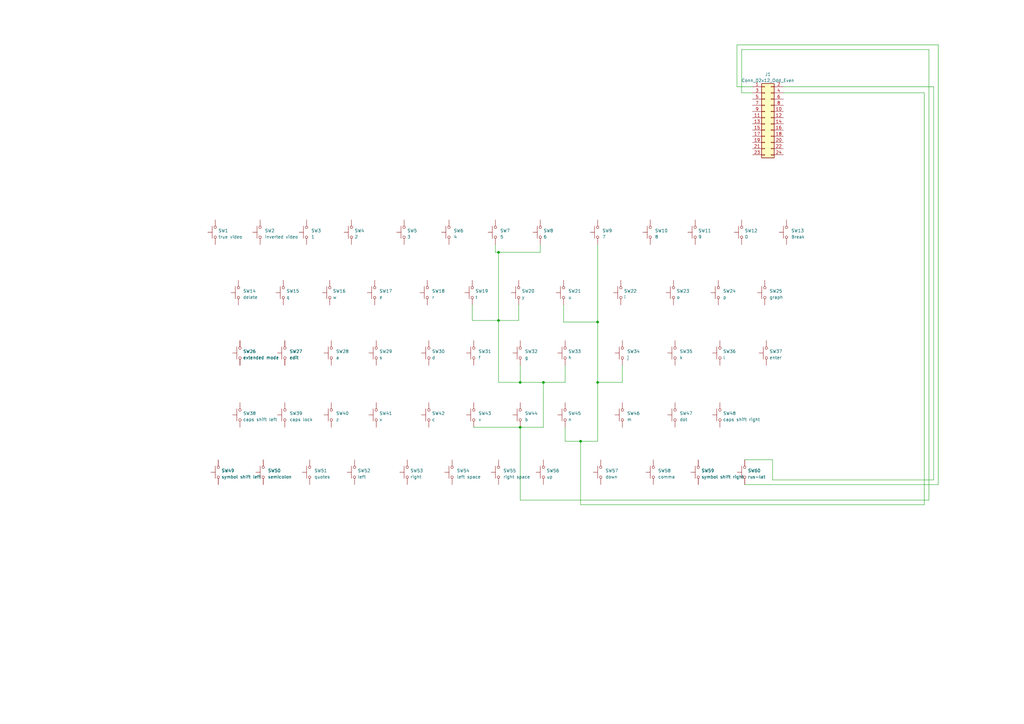
<source format=kicad_sch>
(kicad_sch (version 20230121) (generator eeschema)
  (paper "A3")
  (lib_symbols
    (symbol "Connector_Generic:Conn_02x12_Odd_Even" (pin_names (offset 1.016) hide)
      (property "Reference" "J" (at 1.27 15.24 0))
      (property "Value" "Conn_02x12_Odd_Even" (at 1.27 -17.78 0))
      (symbol "Conn_02x12_Odd_Even_1_1"
        (rectangle (start -1.27 -15.113) (end 0 -15.367) (stroke (width 0.1524)))
        (rectangle (start -1.27 -12.573) (end 0 -12.827) (stroke (width 0.1524)))
        (rectangle (start -1.27 -10.033) (end 0 -10.287) (stroke (width 0.1524)))
        (rectangle (start -1.27 -7.493) (end 0 -7.747) (stroke (width 0.1524)))
        (rectangle (start -1.27 -4.953) (end 0 -5.207) (stroke (width 0.1524)))
        (rectangle (start -1.27 -2.413) (end 0 -2.667) (stroke (width 0.1524)))
        (rectangle (start -1.27 0.127) (end 0 -0.127) (stroke (width 0.1524)))
        (rectangle (start -1.27 2.667) (end 0 2.413) (stroke (width 0.1524)))
        (rectangle (start -1.27 5.207) (end 0 4.953) (stroke (width 0.1524)))
        (rectangle (start -1.27 7.747) (end 0 7.493) (stroke (width 0.1524)))
        (rectangle (start -1.27 10.287) (end 0 10.033) (stroke (width 0.1524)))
        (rectangle (start -1.27 12.827) (end 0 12.573) (stroke (width 0.1524)))
        (rectangle (start -1.27 13.97) (end 3.81 -16.51) (stroke (width 0.254)) (fill (type background)))
        (rectangle (start 3.81 -15.113) (end 2.54 -15.367) (stroke (width 0.1524)))
        (rectangle (start 3.81 -12.573) (end 2.54 -12.827) (stroke (width 0.1524)))
        (rectangle (start 3.81 -10.033) (end 2.54 -10.287) (stroke (width 0.1524)))
        (rectangle (start 3.81 -7.493) (end 2.54 -7.747) (stroke (width 0.1524)))
        (rectangle (start 3.81 -4.953) (end 2.54 -5.207) (stroke (width 0.1524)))
        (rectangle (start 3.81 -2.413) (end 2.54 -2.667) (stroke (width 0.1524)))
        (rectangle (start 3.81 0.127) (end 2.54 -0.127) (stroke (width 0.1524)))
        (rectangle (start 3.81 2.667) (end 2.54 2.413) (stroke (width 0.1524)))
        (rectangle (start 3.81 5.207) (end 2.54 4.953) (stroke (width 0.1524)))
        (rectangle (start 3.81 7.747) (end 2.54 7.493) (stroke (width 0.1524)))
        (rectangle (start 3.81 10.287) (end 2.54 10.033) (stroke (width 0.1524)))
        (rectangle (start 3.81 12.827) (end 2.54 12.573) (stroke (width 0.1524)))
        (pin passive line (at -5.08 12.7 0) (length 3.81) (name "Pin_1") (number "1"))
        (pin passive line (at 7.62 2.54 180) (length 3.81) (name "Pin_10") (number "10"))
        (pin passive line (at -5.08 0 0) (length 3.81) (name "Pin_11") (number "11"))
        (pin passive line (at 7.62 0 180) (length 3.81) (name "Pin_12") (number "12"))
        (pin passive line (at -5.08 -2.54 0) (length 3.81) (name "Pin_13") (number "13"))
        (pin passive line (at 7.62 -2.54 180) (length 3.81) (name "Pin_14") (number "14"))
        (pin passive line (at -5.08 -5.08 0) (length 3.81) (name "Pin_15") (number "15"))
        (pin passive line (at 7.62 -5.08 180) (length 3.81) (name "Pin_16") (number "16"))
        (pin passive line (at -5.08 -7.62 0) (length 3.81) (name "Pin_17") (number "17"))
        (pin passive line (at 7.62 -7.62 180) (length 3.81) (name "Pin_18") (number "18"))
        (pin passive line (at -5.08 -10.16 0) (length 3.81) (name "Pin_19") (number "19"))
        (pin passive line (at 7.62 12.7 180) (length 3.81) (name "Pin_2") (number "2"))
        (pin passive line (at 7.62 -10.16 180) (length 3.81) (name "Pin_20") (number "20"))
        (pin passive line (at -5.08 -12.7 0) (length 3.81) (name "Pin_21") (number "21"))
        (pin passive line (at 7.62 -12.7 180) (length 3.81) (name "Pin_22") (number "22"))
        (pin passive line (at -5.08 -15.24 0) (length 3.81) (name "Pin_23") (number "23"))
        (pin passive line (at 7.62 -15.24 180) (length 3.81) (name "Pin_24") (number "24"))
        (pin passive line (at -5.08 10.16 0) (length 3.81) (name "Pin_3") (number "3"))
        (pin passive line (at 7.62 10.16 180) (length 3.81) (name "Pin_4") (number "4"))
        (pin passive line (at -5.08 7.62 0) (length 3.81) (name "Pin_5") (number "5"))
        (pin passive line (at 7.62 7.62 180) (length 3.81) (name "Pin_6") (number "6"))
        (pin passive line (at -5.08 5.08 0) (length 3.81) (name "Pin_7") (number "7"))
        (pin passive line (at 7.62 5.08 180) (length 3.81) (name "Pin_8") (number "8"))
        (pin passive line (at -5.08 2.54 0) (length 3.81) (name "Pin_9") (number "9"))
      )
    )
    (symbol "Switch:SW_Push" (pin_numbers hide) (pin_names (offset 1.016) hide)
      (property "Reference" "SW" (at 1.27 2.54 0))
      (property "Value" "SW_Push" (at 0 -1.524 0))
      (symbol "SW_Push_0_1"
        (circle (center -2.032 0) (radius 0.508))
        (polyline (pts (xy 0 1.27) (xy 0 3.048)))
        (polyline (pts (xy 2.54 1.27) (xy -2.54 1.27)))
        (circle (center 2.032 0) (radius 0.508))
        (pin passive line (at -5.08 0 0) (length 2.54) (name "1") (number "1"))
        (pin passive line (at 5.08 0 180) (length 2.54) (name "2") (number "2"))
      )
    )
  )
  (junction (at 204.47 103.505))
  (junction (at 245.11 156.845))
  (junction (at 222.885 156.845))
  (junction (at 213.36 175.26))
  (junction (at 245.11 132.08))
  (junction (at 238.125 180.975))
  (junction (at 204.47 131.445))
  (junction (at 213.36 156.845))
  (wire (pts (xy 381 205.105) (xy 213.36 205.105)))
  (wire (pts (xy 379.095 38.1) (xy 379.095 207.01)))
  (wire (pts (xy 382.905 196.85) (xy 382.905 35.56)))
  (wire (pts (xy 384.81 18.415) (xy 384.81 198.755)))
  (wire (pts (xy 308.61 35.56) (xy 302.26 35.56)))
  (wire (pts (xy 316.865 196.85) (xy 382.905 196.85)))
  (wire (pts (xy 213.36 175.26) (xy 222.885 175.26)))
  (wire (pts (xy 238.125 180.975) (xy 231.775 180.975)))
  (wire (pts (xy 222.885 156.845) (xy 231.775 156.845)))
  (wire (pts (xy 231.775 156.845) (xy 231.775 149.86)))
  (wire (pts (xy 245.11 180.975) (xy 245.11 156.845)))
  (wire (pts (xy 245.11 156.845) (xy 255.27 156.845)))
  (wire (pts (xy 379.095 207.01) (xy 238.125 207.01)))
  (wire (pts (xy 204.47 103.505) (xy 221.615 103.505)))
  (wire (pts (xy 382.905 35.56) (xy 321.31 35.56)))
  (wire (pts (xy 203.2 103.505) (xy 203.2 100.33)))
  (wire (pts (xy 304.165 20.32) (xy 381 20.32)))
  (wire (pts (xy 316.865 188.595) (xy 316.865 196.85)))
  (wire (pts (xy 205.105 131.445) (xy 212.725 131.445)))
  (wire (pts (xy 308.61 38.1) (xy 304.165 38.1)))
  (wire (pts (xy 204.47 131.445) (xy 193.675 131.445)))
  (wire (pts (xy 321.31 38.1) (xy 379.095 38.1)))
  (wire (pts (xy 245.11 156.845) (xy 245.11 132.08)))
  (wire (pts (xy 245.11 132.08) (xy 231.14 132.08)))
  (wire (pts (xy 213.36 156.845) (xy 204.47 156.845)))
  (wire (pts (xy 193.675 131.445) (xy 193.675 125.095)))
  (wire (pts (xy 238.125 207.01) (xy 238.125 180.975)))
  (wire (pts (xy 213.36 156.845) (xy 222.885 156.845)))
  (wire (pts (xy 302.26 35.56) (xy 302.26 18.415)))
  (wire (pts (xy 238.125 180.975) (xy 245.11 180.975)))
  (wire (pts (xy 245.11 100.33) (xy 245.11 132.08)))
  (wire (pts (xy 194.31 175.26) (xy 213.36 175.26)))
  (wire (pts (xy 255.27 156.845) (xy 255.27 149.86)))
  (wire (pts (xy 302.26 18.415) (xy 384.81 18.415)))
  (wire (pts (xy 221.615 103.505) (xy 221.615 100.33)))
  (wire (pts (xy 204.47 103.505) (xy 203.2 103.505)))
  (wire (pts (xy 231.775 180.975) (xy 231.775 175.26)))
  (wire (pts (xy 231.14 132.08) (xy 231.14 125.095)))
  (wire (pts (xy 204.47 156.845) (xy 204.47 131.445)))
  (wire (pts (xy 212.725 131.445) (xy 212.725 125.095)))
  (wire (pts (xy 381 20.32) (xy 381 205.105)))
  (wire (pts (xy 222.885 175.26) (xy 222.885 156.845)))
  (wire (pts (xy 213.36 175.26) (xy 213.36 205.105)))
  (wire (pts (xy 204.47 131.445) (xy 204.47 103.505)))
  (wire (pts (xy 305.435 188.595) (xy 316.865 188.595)))
  (wire (pts (xy 304.165 38.1) (xy 304.165 20.32)))
  (wire (pts (xy 305.435 198.755) (xy 384.81 198.755)))
  (wire (pts (xy 213.36 149.86) (xy 213.36 156.845)))
  (symbol (lib_id "Switch:SW_Push") (at 194.31 144.78 90) (unit 1)
    (property "Reference" "SW31" (at 196.215 144.145 90) (effects (justify right)))
    (property "Value" "f" (at 196.215 146.685 90) (effects (justify right)))
    (property "Footprint" "Library:key" (effects hide))
  )
  (symbol (lib_id "Switch:SW_Push") (at 135.89 144.78 90) (unit 1)
    (property "Reference" "SW28" (at 137.795 144.145 90) (effects (justify right)))
    (property "Value" "a" (at 137.795 146.685 90) (effects (justify right)))
    (property "Footprint" "Library:key" (effects hide))
  )
  (symbol (lib_id "Switch:SW_Push") (at 246.38 193.675 90) (unit 1)
    (property "Reference" "SW57" (at 248.285 193.04 90) (effects (justify right)))
    (property "Value" "down" (at 248.285 195.58 90) (effects (justify right)))
    (property "Footprint" "Library:key" (effects hide))
  )
  (symbol (lib_id "Switch:SW_Push") (at 276.86 170.18 90) (unit 1)
    (property "Reference" "SW47" (at 278.765 169.545 90) (effects (justify right)))
    (property "Value" "dot" (at 278.765 172.085 90) (effects (justify right)))
    (property "Footprint" "Library:key" (effects hide))
  )
  (symbol (lib_id "Switch:SW_Push") (at 267.97 193.675 90) (unit 1)
    (property "Reference" "SW58" (at 269.875 193.04 90) (effects (justify right)))
    (property "Value" "comma" (at 269.875 195.58 90) (effects (justify right)))
    (property "Footprint" "Library:key" (effects hide))
  )
  (symbol (lib_id "Switch:SW_Push") (at 116.205 120.015 90) (unit 1)
    (property "Reference" "SW15" (at 117.475 119.38 90) (effects (justify right)))
    (property "Value" "q" (at 117.475 121.92 90) (effects (justify right)))
    (property "Footprint" "Library:key" (effects hide))
  )
  (symbol (lib_id "Switch:SW_Push") (at 175.26 120.015 90) (unit 1)
    (property "Reference" "SW18" (at 177.165 119.38 90) (effects (justify right)))
    (property "Value" "r" (at 177.165 121.92 90) (effects (justify right)))
    (property "Footprint" "Library:key" (effects hide))
  )
  (symbol (lib_id "Switch:SW_Push") (at 305.435 193.675 90) (unit 1)
    (property "Reference" "SW60" (at 306.705 193.04 90) (effects (justify right)))
    (property "Value" "rus-lat" (at 306.705 195.58 90) (effects (justify right)))
    (property "Footprint" "Library:key" (effects hide))
  )
  (symbol (lib_id "Switch:SW_Push") (at 276.86 144.78 90) (unit 1)
    (property "Reference" "SW35" (at 278.765 144.145 90) (effects (justify right)))
    (property "Value" "k" (at 278.765 146.685 90) (effects (justify right)))
    (property "Footprint" "Library:key" (effects hide))
  )
  (symbol (lib_id "Switch:SW_Push") (at 135.89 170.18 90) (unit 1)
    (property "Reference" "SW40" (at 137.795 169.545 90) (effects (justify right)))
    (property "Value" "z" (at 137.795 172.085 90) (effects (justify right)))
    (property "Footprint" "Library:key" (effects hide))
  )
  (symbol (lib_id "Switch:SW_Push") (at 213.36 144.78 90) (unit 1)
    (property "Reference" "SW32" (at 215.265 144.145 90) (effects (justify right)))
    (property "Value" "g" (at 215.265 146.685 90) (effects (justify right)))
    (property "Footprint" "Library:key" (effects hide))
  )
  (symbol (lib_id "Switch:SW_Push") (at 88.265 95.25 90) (unit 1)
    (property "Reference" "SW1" (at 89.535 94.615 90) (effects (justify right)))
    (property "Value" "true video" (at 89.535 97.155 90) (effects (justify right)))
    (property "Footprint" "Library:key" (effects hide))
  )
  (symbol (lib_id "Switch:SW_Push") (at 98.425 170.18 90) (unit 1)
    (property "Reference" "SW38" (at 99.695 169.545 90) (effects (justify right)))
    (property "Value" "caps shift left" (at 99.695 172.085 90) (effects (justify right)))
    (property "Footprint" "Library:key" (effects hide))
  )
  (symbol (lib_id "Switch:SW_Push") (at 204.47 193.675 90) (unit 1)
    (property "Reference" "SW55" (at 206.375 193.04 90) (effects (justify right)))
    (property "Value" "right space" (at 206.375 195.58 90) (effects (justify right)))
    (property "Footprint" "Library:key" (effects hide))
  )
  (symbol (lib_id "Switch:SW_Push") (at 97.79 120.015 90) (unit 1)
    (property "Reference" "SW14" (at 99.695 119.38 90) (effects (justify right)))
    (property "Value" "delete" (at 99.695 121.92 90) (effects (justify right)))
    (property "Footprint" "Library:key" (effects hide))
  )
  (symbol (lib_id "Switch:SW_Push") (at 255.27 170.18 90) (unit 1)
    (property "Reference" "SW46" (at 257.175 169.545 90) (effects (justify right)))
    (property "Value" "m" (at 257.175 172.085 90) (effects (justify right)))
    (property "Footprint" "Library:key" (effects hide))
  )
  (symbol (lib_id "Switch:SW_Push") (at 193.675 120.015 90) (unit 1)
    (property "Reference" "SW19" (at 194.945 119.38 90) (effects (justify right)))
    (property "Value" "t" (at 194.945 121.92 90) (effects (justify right)))
    (property "Footprint" "Library:key" (effects hide))
  )
  (symbol (lib_id "Switch:SW_Push") (at 145.415 193.675 90) (unit 1)
    (property "Reference" "SW52" (at 146.685 193.04 90) (effects (justify right)))
    (property "Value" "left" (at 146.685 195.58 90) (effects (justify right)))
    (property "Footprint" "Library:key" (effects hide))
  )
  (symbol (lib_id "Switch:SW_Push") (at 185.42 193.675 90) (unit 1)
    (property "Reference" "SW54" (at 187.325 193.04 90) (effects (justify right)))
    (property "Value" "left space" (at 187.325 195.58 90) (effects (justify right)))
    (property "Footprint" "Library:key" (effects hide))
  )
  (symbol (lib_id "Switch:SW_Push") (at 212.725 120.015 90) (unit 1)
    (property "Reference" "SW20" (at 213.995 119.38 90) (effects (justify right)))
    (property "Value" "y" (at 213.995 121.92 90) (effects (justify right)))
    (property "Footprint" "Library:key" (effects hide))
  )
  (symbol (lib_id "Switch:SW_Push") (at 254.635 120.015 90) (unit 1)
    (property "Reference" "SW22" (at 255.905 119.38 90) (effects (justify right)))
    (property "Value" "i" (at 255.905 121.92 90) (effects (justify right)))
    (property "Footprint" "Library:key" (effects hide))
  )
  (symbol (lib_id "Switch:SW_Push") (at 222.885 193.675 90) (unit 1)
    (property "Reference" "SW56" (at 224.155 193.04 90) (effects (justify right)))
    (property "Value" "up" (at 224.155 195.58 90) (effects (justify right)))
    (property "Footprint" "Library:key" (effects hide))
  )
  (symbol (lib_id "Switch:SW_Push") (at 231.775 144.78 90) (unit 1)
    (property "Reference" "SW33" (at 233.045 144.145 90) (effects (justify right)))
    (property "Value" "h" (at 233.045 146.685 90) (effects (justify right)))
    (property "Footprint" "Library:key" (effects hide))
  )
  (symbol (lib_id "Switch:SW_Push") (at 116.84 144.78 90) (unit 1)
    (property "Reference" "SW27" (at 118.745 144.145 90) (effects (justify right)))
    (property "Value" "edit" (at 118.745 146.685 90) (effects (justify right)))
    (property "Footprint" "Library:key" (effects hide))
  )
  (symbol (lib_id "Switch:SW_Push") (at 154.305 144.78 90) (unit 1)
    (property "Reference" "SW29" (at 155.575 144.145 90) (effects (justify right)))
    (property "Value" "s" (at 155.575 146.685 90) (effects (justify right)))
    (property "Footprint" "Library:key" (effects hide))
  )
  (symbol (lib_id "Switch:SW_Push") (at 314.325 144.78 90) (unit 1)
    (property "Reference" "SW37" (at 315.595 144.145 90) (effects (justify right)))
    (property "Value" "enter" (at 315.595 146.685 90) (effects (justify right)))
    (property "Footprint" "Library:key" (effects hide))
  )
  (symbol (lib_id "Switch:SW_Push") (at 313.69 120.015 90) (unit 1)
    (property "Reference" "SW25" (at 315.595 119.38 90) (effects (justify right)))
    (property "Value" "graph" (at 315.595 121.92 90) (effects (justify right)))
    (property "Footprint" "Library:key" (effects hide))
  )
  (symbol (lib_id "Switch:SW_Push") (at 221.615 95.25 90) (unit 1)
    (property "Reference" "SW8" (at 222.885 94.615 90) (effects (justify right)))
    (property "Value" "6" (at 222.885 97.155 90) (effects (justify right)))
    (property "Footprint" "Library:key" (effects hide))
  )
  (symbol (lib_id "Switch:SW_Push") (at 107.95 193.675 90) (unit 1)
    (property "Reference" "SW50" (at 109.855 193.04 90) (effects (justify right)))
    (property "Value" "semicolon" (at 109.855 195.58 90) (effects (justify right)))
    (property "Footprint" "Library:key" (effects hide))
  )
  (symbol (lib_id "Switch:SW_Push") (at 165.735 95.25 90) (unit 1)
    (property "Reference" "SW5" (at 167.005 94.615 90) (effects (justify right)))
    (property "Value" "3" (at 167.005 97.155 90) (effects (justify right)))
    (property "Footprint" "Library:key" (effects hide))
  )
  (symbol (lib_id "Switch:SW_Push") (at 175.895 170.18 90) (unit 1)
    (property "Reference" "SW42" (at 177.165 169.545 90) (effects (justify right)))
    (property "Value" "c" (at 177.165 172.085 90) (effects (justify right)))
    (property "Footprint" "Library:key" (effects hide))
  )
  (symbol (lib_id "Switch:SW_Push") (at 285.115 95.25 90) (unit 1)
    (property "Reference" "SW11" (at 286.385 94.615 90) (effects (justify right)))
    (property "Value" "9" (at 286.385 97.155 90) (effects (justify right)))
    (property "Footprint" "Library:key" (effects hide))
  )
  (symbol (lib_id "Switch:SW_Push") (at 276.225 120.015 90) (unit 1)
    (property "Reference" "SW23" (at 277.495 119.38 90) (effects (justify right)))
    (property "Value" "o" (at 277.495 121.92 90) (effects (justify right)))
    (property "Footprint" "Library:key" (effects hide))
  )
  (symbol (lib_id "Switch:SW_Push") (at 286.385 193.675 90) (unit 1)
    (property "Reference" "SW59" (at 287.655 193.04 90) (effects (justify right)))
    (property "Value" "symbol shift right" (at 287.655 195.58 90) (effects (justify right)))
    (property "Footprint" "Library:key" (effects hide))
  )
  (symbol (lib_id "Switch:SW_Push") (at 98.425 144.78 90) (unit 1)
    (property "Reference" "SW26" (at 99.695 144.145 90) (effects (justify right)))
    (property "Value" "extended mode" (at 99.695 146.685 90) (effects (justify right)))
    (property "Footprint" "Library:key" (effects hide))
  )
  (symbol (lib_id "Switch:SW_Push") (at 106.68 95.25 90) (unit 1)
    (property "Reference" "SW2" (at 108.585 94.615 90) (effects (justify right)))
    (property "Value" "inverted video" (at 108.585 97.155 90) (effects (justify right)))
    (property "Footprint" "Library:key" (effects hide))
  )
  (symbol (lib_id "Switch:SW_Push") (at 135.255 120.015 90) (unit 1)
    (property "Reference" "SW16" (at 136.525 119.38 90) (effects (justify right)))
    (property "Value" "w" (at 136.525 121.92 90) (effects (justify right)))
    (property "Footprint" "Library:key" (effects hide))
  )
  (symbol (lib_id "Switch:SW_Push") (at 231.14 120.015 90) (unit 1)
    (property "Reference" "SW21" (at 233.045 119.38 90) (effects (justify right)))
    (property "Value" "u" (at 233.045 121.92 90) (effects (justify right)))
    (property "Footprint" "Library:key" (effects hide))
  )
  (symbol (lib_id "Switch:SW_Push") (at 153.67 120.015 90) (unit 1)
    (property "Reference" "SW17" (at 155.575 119.38 90) (effects (justify right)))
    (property "Value" "e" (at 155.575 121.92 90) (effects (justify right)))
    (property "Footprint" "Library:key" (effects hide))
  )
  (symbol (lib_id "Switch:SW_Push") (at 194.31 170.18 90) (unit 1)
    (property "Reference" "SW43" (at 196.215 169.545 90) (effects (justify right)))
    (property "Value" "v" (at 196.215 172.085 90) (effects (justify right)))
    (property "Footprint" "Library:key" (effects hide))
  )
  (symbol (lib_id "Switch:SW_Push") (at 294.64 120.015 90) (unit 1)
    (property "Reference" "SW24" (at 296.545 119.38 90) (effects (justify right)))
    (property "Value" "p" (at 296.545 121.92 90) (effects (justify right)))
    (property "Footprint" "Library:key" (effects hide))
  )
  (symbol (lib_id "Switch:SW_Push") (at 203.2 95.25 90) (unit 1)
    (property "Reference" "SW7" (at 205.105 94.615 90) (effects (justify right)))
    (property "Value" "5" (at 205.105 97.155 90) (effects (justify right)))
    (property "Footprint" "Library:key" (effects hide))
  )
  (symbol (lib_id "Switch:SW_Push") (at 125.73 95.25 90) (unit 1)
    (property "Reference" "SW3" (at 127.635 94.615 90) (effects (justify right)))
    (property "Value" "1" (at 127.635 97.155 90) (effects (justify right)))
    (property "Footprint" "Library:key" (effects hide))
  )
  (symbol (lib_id "Connector_Generic:Conn_02x12_Odd_Even") (at 313.69 48.26 0) (unit 1)
    (property "Reference" "J1" (at 314.96 30.48 0))
    (property "Value" "Conn_02x12_Odd_Even" (at 314.96 33.02 0))
    (property "Footprint" "Connector_IDC:IDC-Header_2x12_P2.54mm_Vertical" (effects hide))
  )
  (symbol (lib_id "Switch:SW_Push") (at 116.84 170.18 90) (unit 1)
    (property "Reference" "SW39" (at 118.745 169.545 90) (effects (justify right)))
    (property "Value" "caps lock" (at 118.745 172.085 90) (effects (justify right)))
    (property "Footprint" "Library:key" (effects hide))
  )
  (symbol (lib_id "Switch:SW_Push") (at 154.305 170.18 90) (unit 1)
    (property "Reference" "SW41" (at 155.575 169.545 90) (effects (justify right)))
    (property "Value" "x" (at 155.575 172.085 90) (effects (justify right)))
    (property "Footprint" "Library:key" (effects hide))
  )
  (symbol (lib_id "Switch:SW_Push") (at 175.895 144.78 90) (unit 1)
    (property "Reference" "SW30" (at 177.165 144.145 90) (effects (justify right)))
    (property "Value" "d" (at 177.165 146.685 90) (effects (justify right)))
    (property "Footprint" "Library:key" (effects hide))
  )
  (symbol (lib_id "Switch:SW_Push") (at 184.15 95.25 90) (unit 1)
    (property "Reference" "SW6" (at 186.055 94.615 90) (effects (justify right)))
    (property "Value" "4" (at 186.055 97.155 90) (effects (justify right)))
    (property "Footprint" "Library:key" (effects hide))
  )
  (symbol (lib_id "Switch:SW_Push") (at 167.005 193.675 90) (unit 1)
    (property "Reference" "SW53" (at 168.275 193.04 90) (effects (justify right)))
    (property "Value" "right" (at 168.275 195.58 90) (effects (justify right)))
    (property "Footprint" "Library:key" (effects hide))
  )
  (symbol (lib_id "Switch:SW_Push") (at 231.775 170.18 90) (unit 1)
    (property "Reference" "SW45" (at 233.045 169.545 90) (effects (justify right)))
    (property "Value" "n" (at 233.045 172.085 90) (effects (justify right)))
    (property "Footprint" "Library:key" (effects hide))
  )
  (symbol (lib_id "Switch:SW_Push") (at 295.275 170.18 90) (unit 1)
    (property "Reference" "SW48" (at 296.545 169.545 90) (effects (justify right)))
    (property "Value" "caps shift right" (at 296.545 172.085 90) (effects (justify right)))
    (property "Footprint" "Library:key" (effects hide))
  )
  (symbol (lib_id "Switch:SW_Push") (at 245.11 95.25 90) (unit 1)
    (property "Reference" "SW9" (at 247.015 94.615 90) (effects (justify right)))
    (property "Value" "7" (at 247.015 97.155 90) (effects (justify right)))
    (property "Footprint" "Library:key" (effects hide))
  )
  (symbol (lib_id "Switch:SW_Push") (at 213.36 170.18 90) (unit 1)
    (property "Reference" "SW44" (at 215.265 169.545 90) (effects (justify right)))
    (property "Value" "b" (at 215.265 172.085 90) (effects (justify right)))
    (property "Footprint" "Library:key" (effects hide))
  )
  (symbol (lib_id "Switch:SW_Push") (at 255.27 144.78 90) (unit 1)
    (property "Reference" "SW34" (at 257.175 144.145 90) (effects (justify right)))
    (property "Value" "j" (at 257.175 146.685 90) (effects (justify right)))
    (property "Footprint" "Library:key" (effects hide))
  )
  (symbol (lib_id "Switch:SW_Push") (at 89.535 193.675 90) (unit 1)
    (property "Reference" "SW49" (at 90.805 193.04 90) (effects (justify right)))
    (property "Value" "symbol shift left" (at 90.805 195.58 90) (effects (justify right)))
    (property "Footprint" "Library:key" (effects hide))
  )
  (symbol (lib_id "Switch:SW_Push") (at 304.165 95.25 90) (unit 1)
    (property "Reference" "SW12" (at 305.435 94.615 90) (effects (justify right)))
    (property "Value" "0" (at 305.435 97.155 90) (effects (justify right)))
    (property "Footprint" "Library:key" (effects hide))
  )
  (symbol (lib_id "Switch:SW_Push") (at 144.145 95.25 90) (unit 1)
    (property "Reference" "SW4" (at 145.415 94.615 90) (effects (justify right)))
    (property "Value" "2" (at 145.415 97.155 90) (effects (justify right)))
    (property "Footprint" "Library:key" (effects hide))
  )
  (symbol (lib_id "Switch:SW_Push") (at 127 193.675 90) (unit 1)
    (property "Reference" "SW51" (at 128.905 193.04 90) (effects (justify right)))
    (property "Value" "quotes" (at 128.905 195.58 90) (effects (justify right)))
    (property "Footprint" "Library:key" (effects hide))
  )
  (symbol (lib_id "Switch:SW_Push") (at 266.7 95.25 90) (unit 1)
    (property "Reference" "SW10" (at 268.605 94.615 90) (effects (justify right)))
    (property "Value" "8" (at 268.605 97.155 90) (effects (justify right)))
    (property "Footprint" "Library:key" (effects hide))
  )
  (symbol (lib_id "Switch:SW_Push") (at 322.58 95.25 90) (unit 1)
    (property "Reference" "SW13" (at 324.485 94.615 90) (effects (justify right)))
    (property "Value" "Break" (at 324.485 97.155 90) (effects (justify right)))
    (property "Footprint" "Library:key" (effects hide))
  )
  (symbol (lib_id "Switch:SW_Push") (at 295.275 144.78 90) (unit 1)
    (property "Reference" "SW36" (at 296.545 144.145 90) (effects (justify right)))
    (property "Value" "l" (at 296.545 146.685 90) (effects (justify right)))
    (property "Footprint" "Library:key" (effects hide))
  )
)
</source>
